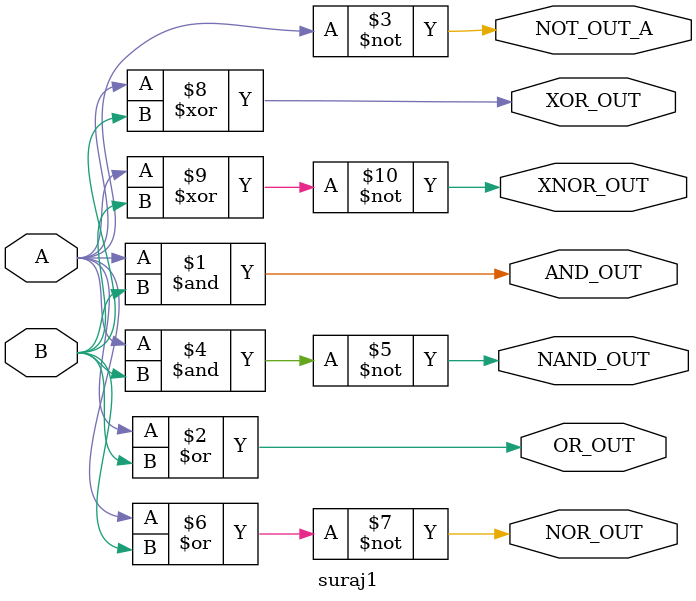
<source format=v>
module suraj1 (
  input A,
  input B,
  output AND_OUT,
  output OR_OUT,
  output NOT_OUT_A,
  output NAND_OUT,
  output NOR_OUT,
  output XOR_OUT,
  output XNOR_OUT
);

  assign AND_OUT   = A & B;
  assign OR_OUT    = A | B;
  assign NOT_OUT_A = ~A;
  assign NAND_OUT  = ~(A & B);
  assign NOR_OUT   = ~(A | B);
  assign XOR_OUT   = A ^ B;
  assign XNOR_OUT  = ~(A ^ B);

endmodule
</source>
